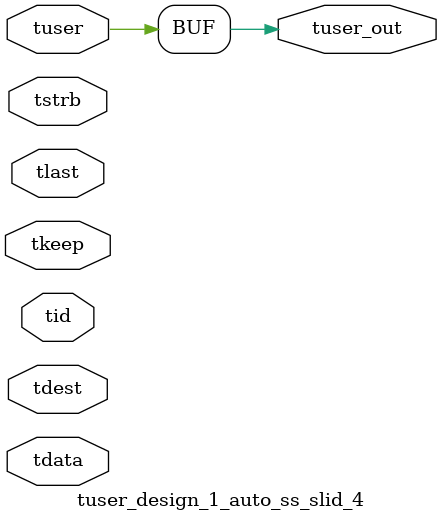
<source format=v>


`timescale 1ps/1ps

module tuser_design_1_auto_ss_slid_4 #
(
parameter C_S_AXIS_TUSER_WIDTH = 1,
parameter C_S_AXIS_TDATA_WIDTH = 32,
parameter C_S_AXIS_TID_WIDTH   = 0,
parameter C_S_AXIS_TDEST_WIDTH = 0,
parameter C_M_AXIS_TUSER_WIDTH = 1
)
(
input  [(C_S_AXIS_TUSER_WIDTH == 0 ? 1 : C_S_AXIS_TUSER_WIDTH)-1:0     ] tuser,
input  [(C_S_AXIS_TDATA_WIDTH == 0 ? 1 : C_S_AXIS_TDATA_WIDTH)-1:0     ] tdata,
input  [(C_S_AXIS_TID_WIDTH   == 0 ? 1 : C_S_AXIS_TID_WIDTH)-1:0       ] tid,
input  [(C_S_AXIS_TDEST_WIDTH == 0 ? 1 : C_S_AXIS_TDEST_WIDTH)-1:0     ] tdest,
input  [(C_S_AXIS_TDATA_WIDTH/8)-1:0 ] tkeep,
input  [(C_S_AXIS_TDATA_WIDTH/8)-1:0 ] tstrb,
input                                                                    tlast,
output [C_M_AXIS_TUSER_WIDTH-1:0] tuser_out
);

assign tuser_out = {tuser[0:0]};

endmodule


</source>
